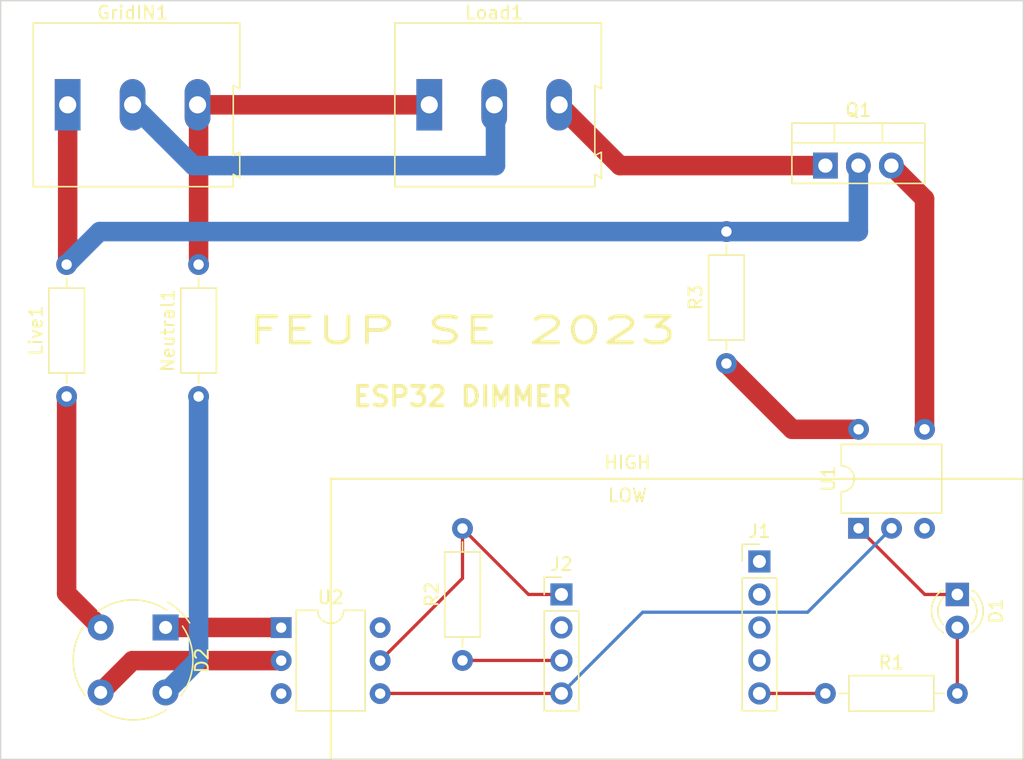
<source format=kicad_pcb>
(kicad_pcb (version 20211014) (generator pcbnew)
  (layers (0 "F.Cu" signal) (31 "B.Cu" signal) (34 "B.Paste" user) (35 "F.Paste" user) (36 "B.SilkS" user "B.Silkscreen") (37 "F.SilkS" user "F.Silkscreen") (38 "B.Mask" user) (39 "F.Mask" user) (44 "Edge.Cuts" user))
  (net 0 "")
  (net 1 "Net-(D2-Pad1)")
  (net 2 "Net-(D2-Pad2)")
  (net 3 "Net-(D2-Pad3)")
  (net 4 "Net-(D2-Pad4)")
  (net 5 "+3V3")
  (net 9 "DimmerSignal")
  (net 10 "Net-(Load1-Pad3)")
  (net 11 "Net-(GridIN1-Pad1)")
  (net 12 "Net-(Q1-Pad3)")
  (net 14 "GND")
  (net 15 "ZeroCrossing")
  (net 18 "+5V")
  (net 19 "Net-(D1-Pad1)")
  (net 20 "Net-(D1-Pad2)")
  (net 21 "Earth")
  (net 22 "Net-(GridIN1-Pad3)")
  (net 23 "Net-(R3-Pad1)")
  (footprint "Connector_PinHeader_2.54mm:PinHeader_1x05_P2.54mm_Vertical" (layer "F.Cu") (at 162.56 99.06)
    (fp_text reference "J1" (at 0 -2.33) (layer "F.SilkS"))
    (fp_text value "Conn_01x05_Male")
    (fp_line (start -1.33 -1.33) (end 0 -1.33) (layer "F.SilkS") (width 0.12))
    (fp_line (start -1.33 1.27) (end -1.33 11.49) (layer "F.SilkS") (width 0.12))
    (fp_line (start -1.33 0) (end -1.33 -1.33) (layer "F.SilkS") (width 0.12))
    (fp_line (start 1.33 1.27) (end 1.33 11.49) (layer "F.SilkS") (width 0.12))
    (fp_line (start -1.33 11.49) (end 1.33 11.49) (layer "F.SilkS") (width 0.12))
    (fp_line (start -1.33 1.27) (end 1.33 1.27) (layer "F.SilkS") (width 0.12))
    (pad "1" thru_hole rect (at 0 0) (size 1.7 1.7) (drill 1) (layers *.Cu *.Mask) (net 5 "+3V3"))
    (pad "2" thru_hole oval (at 0 2.54) (size 1.7 1.7) (drill 1) (layers *.Cu *.Mask))
    (pad "3" thru_hole oval (at 0 5.08) (size 1.7 1.7) (drill 1) (layers *.Cu *.Mask))
    (pad "4" thru_hole oval (at 0 7.62) (size 1.7 1.7) (drill 1) (layers *.Cu *.Mask))
    (pad "5" thru_hole oval (at 0 10.16) (size 1.7 1.7) (drill 1) (layers *.Cu *.Mask) (net 9 "DimmerSignal"))
  )
  (footprint "TerminalBlock:TerminalBlock_Altech_AK300-3_P5.00mm" (layer "F.Cu") (at 137.14 63.9)
    (fp_text reference "Load1" (at 5 -7.1) (layer "F.SilkS"))
    (fp_text value "Screw_Terminal_01x03")
    (fp_line (start 12.75 6.3) (end 12.75 5.35) (layer "F.SilkS") (width 0.12))
    (fp_line (start 13.25 -1.25) (end 13.25 -6.3) (layer "F.SilkS") (width 0.12))
    (fp_line (start 12.75 3.9) (end 12.75 -1.5) (layer "F.SilkS") (width 0.12))
    (fp_line (start -2.65 -6.3) (end -2.65 6.3) (layer "F.SilkS") (width 0.12))
    (fp_line (start 13.25 -6.3) (end -2.65 -6.3) (layer "F.SilkS") (width 0.12))
    (fp_line (start 12.75 5.35) (end 13.25 5.65) (layer "F.SilkS") (width 0.12))
    (fp_line (start -2.65 6.3) (end 12.75 6.3) (layer "F.SilkS") (width 0.12))
    (fp_line (start 13.25 3.65) (end 12.75 3.9) (layer "F.SilkS") (width 0.12))
    (fp_line (start 12.75 -1.5) (end 13.25 -1.25) (layer "F.SilkS") (width 0.12))
    (fp_line (start 13.25 5.65) (end 13.25 3.65) (layer "F.SilkS") (width 0.12))
    (pad "1" thru_hole rect (at 0 0) (size 1.98 3.96) (drill 1.32) (layers *.Cu *.Mask) (net 22 "Net-(GridIN1-Pad3)"))
    (pad "2" thru_hole oval (at 5 0) (size 1.98 3.96) (drill 1.32) (layers *.Cu *.Mask) (net 21 "Earth"))
    (pad "3" thru_hole oval (at 10 0) (size 1.98 3.96) (drill 1.32) (layers *.Cu *.Mask) (net 10 "Net-(Load1-Pad3)"))
  )
  (footprint "LED_THT:LED_D3.0mm" (layer "F.Cu") (at 177.8 101.6 -90)
    (fp_text reference "D1" (at 1.27 -2.96 90) (layer "F.SilkS"))
    (fp_text value "LED")
    (fp_line (start -0.29 -1.236) (end -0.29 -1.08) (layer "F.SilkS") (width 0.12))
    (fp_line (start -0.29 1.08) (end -0.29 1.236) (layer "F.SilkS") (width 0.12))
    (fp_arc (start -0.29 -1.235516) (mid 1.366487 -1.987659) (end 2.942335 -1.078608) (layer "F.SilkS") (width 0.12))
    (fp_arc (start 0.229039 -1.08) (mid 1.270117 -1.5) (end 2.31113 -1.079837) (layer "F.SilkS") (width 0.12))
    (fp_arc (start 2.942335 1.078608) (mid 1.366487 1.987659) (end -0.29 1.235516) (layer "F.SilkS") (width 0.12))
    (fp_arc (start 2.31113 1.079837) (mid 1.270117 1.5) (end 0.229039 1.08) (layer "F.SilkS") (width 0.12))
    (pad "1" thru_hole rect (at 0 0 270) (size 1.8 1.8) (drill 0.9) (layers *.Cu *.Mask) (net 19 "Net-(D1-Pad1)"))
    (pad "2" thru_hole circle (at 2.54 0 270) (size 1.8 1.8) (drill 0.9) (layers *.Cu *.Mask) (net 20 "Net-(D1-Pad2)"))
  )
  (footprint "Resistor_THT:R_Axial_DIN0207_L6.3mm_D2.5mm_P10.16mm_Horizontal" (layer "F.Cu") (at 167.64 109.22)
    (fp_text reference "R1" (at 5.08 -2.37) (layer "F.SilkS"))
    (fp_text value "200")
    (fp_line (start 1.81 -1.37) (end 1.81 1.37) (layer "F.SilkS") (width 0.12))
    (fp_line (start 1.04 0) (end 1.81 0) (layer "F.SilkS") (width 0.12))
    (fp_line (start 8.35 -1.37) (end 1.81 -1.37) (layer "F.SilkS") (width 0.12))
    (fp_line (start 9.12 0) (end 8.35 0) (layer "F.SilkS") (width 0.12))
    (fp_line (start 8.35 1.37) (end 8.35 -1.37) (layer "F.SilkS") (width 0.12))
    (fp_line (start 1.81 1.37) (end 8.35 1.37) (layer "F.SilkS") (width 0.12))
    (pad "1" thru_hole circle (at 0 0) (size 1.6 1.6) (drill 0.8) (layers *.Cu *.Mask) (net 9 "DimmerSignal"))
    (pad "2" thru_hole oval (at 10.16 0) (size 1.6 1.6) (drill 0.8) (layers *.Cu *.Mask) (net 20 "Net-(D1-Pad2)"))
  )
  (footprint "Resistor_THT:R_Axial_DIN0207_L6.3mm_D2.5mm_P10.16mm_Horizontal" (layer "F.Cu") (at 109.22 86.36 90)
    (fp_text reference "Live1" (at 5.08 -2.37 90) (layer "F.SilkS"))
    (fp_text value "30k")
    (fp_line (start 1.81 -1.37) (end 1.81 1.37) (layer "F.SilkS") (width 0.12))
    (fp_line (start 8.35 1.37) (end 8.35 -1.37) (layer "F.SilkS") (width 0.12))
    (fp_line (start 9.12 0) (end 8.35 0) (layer "F.SilkS") (width 0.12))
    (fp_line (start 8.35 -1.37) (end 1.81 -1.37) (layer "F.SilkS") (width 0.12))
    (fp_line (start 1.81 1.37) (end 8.35 1.37) (layer "F.SilkS") (width 0.12))
    (fp_line (start 1.04 0) (end 1.81 0) (layer "F.SilkS") (width 0.12))
    (pad "1" thru_hole circle (at 0 0 90) (size 1.6 1.6) (drill 0.8) (layers *.Cu *.Mask) (net 2 "Net-(D2-Pad2)"))
    (pad "2" thru_hole oval (at 10.16 0 90) (size 1.6 1.6) (drill 0.8) (layers *.Cu *.Mask) (net 11 "Net-(GridIN1-Pad1)"))
  )
  (footprint "Resistor_THT:R_Axial_DIN0207_L6.3mm_D2.5mm_P10.16mm_Horizontal" (layer "F.Cu") (at 139.7 106.68 90)
    (fp_text reference "R2" (at 5.08 -2.37 90) (layer "F.SilkS"))
    (fp_text value "10k")
    (fp_line (start 1.81 -1.37) (end 1.81 1.37) (layer "F.SilkS") (width 0.12))
    (fp_line (start 1.81 1.37) (end 8.35 1.37) (layer "F.SilkS") (width 0.12))
    (fp_line (start 8.35 1.37) (end 8.35 -1.37) (layer "F.SilkS") (width 0.12))
    (fp_line (start 1.04 0) (end 1.81 0) (layer "F.SilkS") (width 0.12))
    (fp_line (start 9.12 0) (end 8.35 0) (layer "F.SilkS") (width 0.12))
    (fp_line (start 8.35 -1.37) (end 1.81 -1.37) (layer "F.SilkS") (width 0.12))
    (pad "1" thru_hole circle (at 0 0 90) (size 1.6 1.6) (drill 0.8) (layers *.Cu *.Mask) (net 18 "+5V"))
    (pad "2" thru_hole oval (at 10.16 0 90) (size 1.6 1.6) (drill 0.8) (layers *.Cu *.Mask) (net 15 "ZeroCrossing"))
  )
  (footprint "Package_DIP:DIP-5-6_W7.62mm" (layer "F.Cu") (at 170.195 96.505 90)
    (fp_text reference "U1" (at 3.81 -2.33 90) (layer "F.SilkS"))
    (fp_text value "MOC3021M")
    (fp_line (start 6.46 6.41) (end 6.46 -1.33) (layer "F.SilkS") (width 0.12))
    (fp_line (start 1.16 -1.33) (end 1.16 6.41) (layer "F.SilkS") (width 0.12))
    (fp_line (start 1.16 6.41) (end 6.46 6.41) (layer "F.SilkS") (width 0.12))
    (fp_line (start 2.81 -1.33) (end 1.16 -1.33) (layer "F.SilkS") (width 0.12))
    (fp_line (start 6.46 -1.33) (end 4.81 -1.33) (layer "F.SilkS") (width 0.12))
    (fp_arc (start 4.81 -1.33) (mid 3.81 -0.33) (end 2.81 -1.33) (layer "F.SilkS") (width 0.12))
    (pad "1" thru_hole rect (at 0 0 90) (size 1.6 1.6) (drill 0.8) (layers *.Cu *.Mask) (net 19 "Net-(D1-Pad1)"))
    (pad "2" thru_hole oval (at 0 2.54 90) (size 1.6 1.6) (drill 0.8) (layers *.Cu *.Mask) (net 14 "GND"))
    (pad "3" thru_hole oval (at 0 5.08 90) (size 1.6 1.6) (drill 0.8) (layers *.Cu *.Mask))
    (pad "4" thru_hole oval (at 7.62 5.08 90) (size 1.6 1.6) (drill 0.8) (layers *.Cu *.Mask) (net 12 "Net-(Q1-Pad3)"))
    (pad "6" thru_hole oval (at 7.62 0 90) (size 1.6 1.6) (drill 0.8) (layers *.Cu *.Mask) (net 23 "Net-(R3-Pad1)"))
  )
  (footprint "Resistor_THT:R_Axial_DIN0207_L6.3mm_D2.5mm_P10.16mm_Horizontal" (layer "F.Cu") (at 160.02 83.82 90)
    (fp_text reference "R3" (at 5.08 -2.37 90) (layer "F.SilkS"))
    (fp_text value "1k")
    (fp_line (start 9.12 0) (end 8.35 0) (layer "F.SilkS") (width 0.12))
    (fp_line (start 8.35 1.37) (end 8.35 -1.37) (layer "F.SilkS") (width 0.12))
    (fp_line (start 1.81 1.37) (end 8.35 1.37) (layer "F.SilkS") (width 0.12))
    (fp_line (start 1.81 -1.37) (end 1.81 1.37) (layer "F.SilkS") (width 0.12))
    (fp_line (start 8.35 -1.37) (end 1.81 -1.37) (layer "F.SilkS") (width 0.12))
    (fp_line (start 1.04 0) (end 1.81 0) (layer "F.SilkS") (width 0.12))
    (pad "1" thru_hole circle (at 0 0 90) (size 1.6 1.6) (drill 0.8) (layers *.Cu *.Mask) (net 23 "Net-(R3-Pad1)"))
    (pad "2" thru_hole oval (at 10.16 0 90) (size 1.6 1.6) (drill 0.8) (layers *.Cu *.Mask) (net 11 "Net-(GridIN1-Pad1)"))
  )
  (footprint "Package_TO_SOT_THT:TO-220-3_Vertical" (layer "F.Cu") (at 167.64 68.58)
    (fp_text reference "Q1" (at 2.54 -4.27) (layer "F.SilkS"))
    (fp_text value "BT136-600")
    (fp_line (start 4.391 -3.27) (end 4.391 -1.76) (layer "F.SilkS") (width 0.12))
    (fp_line (start -2.58 -1.76) (end 7.66 -1.76) (layer "F.SilkS") (width 0.12))
    (fp_line (start -2.58 1.371) (end 7.66 1.371) (layer "F.SilkS") (width 0.12))
    (fp_line (start 7.66 -3.27) (end 7.66 1.371) (layer "F.SilkS") (width 0.12))
    (fp_line (start -2.58 -3.27) (end 7.66 -3.27) (layer "F.SilkS") (width 0.12))
    (fp_line (start -2.58 -3.27) (end -2.58 1.371) (layer "F.SilkS") (width 0.12))
    (fp_line (start 0.69 -3.27) (end 0.69 -1.76) (layer "F.SilkS") (width 0.12))
    (pad "1" thru_hole rect (at 0 0) (size 1.905 2) (drill 1.1) (layers *.Cu *.Mask) (net 10 "Net-(Load1-Pad3)"))
    (pad "2" thru_hole oval (at 2.54 0) (size 1.905 2) (drill 1.1) (layers *.Cu *.Mask) (net 11 "Net-(GridIN1-Pad1)"))
    (pad "3" thru_hole oval (at 5.08 0) (size 1.905 2) (drill 1.1) (layers *.Cu *.Mask) (net 12 "Net-(Q1-Pad3)"))
  )
  (footprint "Resistor_THT:R_Axial_DIN0207_L6.3mm_D2.5mm_P10.16mm_Horizontal" (layer "F.Cu") (at 119.38 86.36 90)
    (fp_text reference "Neutral1" (at 5.08 -2.37 90) (layer "F.SilkS"))
    (fp_text value "30k")
    (fp_line (start 1.81 1.37) (end 8.35 1.37) (layer "F.SilkS") (width 0.12))
    (fp_line (start 8.35 1.37) (end 8.35 -1.37) (layer "F.SilkS") (width 0.12))
    (fp_line (start 8.35 -1.37) (end 1.81 -1.37) (layer "F.SilkS") (width 0.12))
    (fp_line (start 1.04 0) (end 1.81 0) (layer "F.SilkS") (width 0.12))
    (fp_line (start 9.12 0) (end 8.35 0) (layer "F.SilkS") (width 0.12))
    (fp_line (start 1.81 -1.37) (end 1.81 1.37) (layer "F.SilkS") (width 0.12))
    (pad "1" thru_hole circle (at 0 0 90) (size 1.6 1.6) (drill 0.8) (layers *.Cu *.Mask) (net 4 "Net-(D2-Pad4)"))
    (pad "2" thru_hole oval (at 10.16 0 90) (size 1.6 1.6) (drill 0.8) (layers *.Cu *.Mask) (net 22 "Net-(GridIN1-Pad3)"))
  )
  (footprint "Diode_THT:Diode_Bridge_Round_D9.0mm" (layer "F.Cu") (at 116.84 104.14 -90)
    (fp_text reference "D2" (at 2.54 -2.794 90) (layer "F.SilkS"))
    (fp_text value "B40R")
    (fp_arc (start 5.25 6.2) (mid 2.657169 7.107363) (end 0.008533 6.3788) (layer "F.SilkS") (width 0.12))
    (fp_arc (start -1.25 5.2) (mid -2.120355 2.569427) (end -1.329431 -0.086109) (layer "F.SilkS") (width 0.12))
    (fp_arc (start -1.954487 -0.183757) (mid -1.246061 -1.107219) (end -0.35 -1.85) (layer "F.SilkS") (width 0.12))
    (fp_arc (start 6.35 -0.05) (mid 7.117021 2.590098) (end 6.247584 5.198261) (layer "F.SilkS") (width 0.12))
    (fp_arc (start -0.1 -1.3) (mid 2.595106 -2.103363) (end 5.254731 -1.189371) (layer "F.SilkS") (width 0.12))
    (pad "1" thru_hole rect (at 0 0 270) (size 2 2) (drill 1) (layers *.Cu *.Mask) (net 1 "Net-(D2-Pad1)"))
    (pad "2" thru_hole oval (at 0 5 270) (size 2 2) (drill 1) (layers *.Cu *.Mask) (net 2 "Net-(D2-Pad2)"))
    (pad "3" thru_hole oval (at 5 5 270) (size 2 2) (drill 1) (layers *.Cu *.Mask) (net 3 "Net-(D2-Pad3)"))
    (pad "4" thru_hole oval (at 5 0 270) (size 2 2) (drill 1) (layers *.Cu *.Mask) (net 4 "Net-(D2-Pad4)"))
  )
  (footprint "TerminalBlock:TerminalBlock_Altech_AK300-3_P5.00mm" (layer "F.Cu") (at 109.3 63.9)
    (fp_text reference "GridIN1" (at 5 -7.1) (layer "F.SilkS"))
    (fp_text value "Screw_Terminal_01x03")
    (fp_line (start 12.75 6.3) (end 12.75 5.35) (layer "F.SilkS") (width 0.12))
    (fp_line (start 12.75 3.9) (end 12.75 -1.5) (layer "F.SilkS") (width 0.12))
    (fp_line (start 13.25 5.65) (end 13.25 3.65) (layer "F.SilkS") (width 0.12))
    (fp_line (start 13.25 -6.3) (end -2.65 -6.3) (layer "F.SilkS") (width 0.12))
    (fp_line (start -2.65 6.3) (end 12.75 6.3) (layer "F.SilkS") (width 0.12))
    (fp_line (start 12.75 5.35) (end 13.25 5.65) (layer "F.SilkS") (width 0.12))
    (fp_line (start 13.25 -1.25) (end 13.25 -6.3) (layer "F.SilkS") (width 0.12))
    (fp_line (start 12.75 -1.5) (end 13.25 -1.25) (layer "F.SilkS") (width 0.12))
    (fp_line (start 13.25 3.65) (end 12.75 3.9) (layer "F.SilkS") (width 0.12))
    (fp_line (start -2.65 -6.3) (end -2.65 6.3) (layer "F.SilkS") (width 0.12))
    (pad "1" thru_hole rect (at 0 0) (size 1.98 3.96) (drill 1.32) (layers *.Cu *.Mask) (net 11 "Net-(GridIN1-Pad1)"))
    (pad "2" thru_hole oval (at 5 0) (size 1.98 3.96) (drill 1.32) (layers *.Cu *.Mask) (net 21 "Earth"))
    (pad "3" thru_hole oval (at 10 0) (size 1.98 3.96) (drill 1.32) (layers *.Cu *.Mask) (net 22 "Net-(GridIN1-Pad3)"))
  )
  (footprint "Connector_PinHeader_2.54mm:PinHeader_1x04_P2.54mm_Vertical" (layer "F.Cu") (at 147.32 101.6)
    (fp_text reference "J2" (at 0 -2.33) (layer "F.SilkS"))
    (fp_text value "Conn_01x04_Male")
    (fp_line (start -1.33 -1.33) (end 0 -1.33) (layer "F.SilkS") (width 0.12))
    (fp_line (start -1.33 1.27) (end 1.33 1.27) (layer "F.SilkS") (width 0.12))
    (fp_line (start 1.33 1.27) (end 1.33 8.95) (layer "F.SilkS") (width 0.12))
    (fp_line (start -1.33 8.95) (end 1.33 8.95) (layer "F.SilkS") (width 0.12))
    (fp_line (start -1.33 1.27) (end -1.33 8.95) (layer "F.SilkS") (width 0.12))
    (fp_line (start -1.33 0) (end -1.33 -1.33) (layer "F.SilkS") (width 0.12))
    (pad "1" thru_hole rect (at 0 0) (size 1.7 1.7) (drill 1) (layers *.Cu *.Mask) (net 15 "ZeroCrossing"))
    (pad "2" thru_hole oval (at 0 2.54) (size 1.7 1.7) (drill 1) (layers *.Cu *.Mask))
    (pad "3" thru_hole oval (at 0 5.08) (size 1.7 1.7) (drill 1) (layers *.Cu *.Mask) (net 18 "+5V"))
    (pad "4" thru_hole oval (at 0 7.62) (size 1.7 1.7) (drill 1) (layers *.Cu *.Mask) (net 14 "GND"))
  )
  (footprint "Package_DIP:DIP-6_W7.62mm" (layer "F.Cu") (at 125.74 104.155)
    (fp_text reference "U2" (at 3.81 -2.33) (layer "F.SilkS"))
    (fp_text value "TIL111")
    (fp_line (start 1.16 6.41) (end 6.46 6.41) (layer "F.SilkS") (width 0.12))
    (fp_line (start 6.46 6.41) (end 6.46 -1.33) (layer "F.SilkS") (width 0.12))
    (fp_line (start 1.16 -1.33) (end 1.16 6.41) (layer "F.SilkS") (width 0.12))
    (fp_line (start 2.81 -1.33) (end 1.16 -1.33) (layer "F.SilkS") (width 0.12))
    (fp_line (start 6.46 -1.33) (end 4.81 -1.33) (layer "F.SilkS") (width 0.12))
    (fp_arc (start 4.81 -1.33) (mid 3.81 -0.33) (end 2.81 -1.33) (layer "F.SilkS") (width 0.12))
    (pad "1" thru_hole rect (at 0 0) (size 1.6 1.6) (drill 0.8) (layers *.Cu *.Mask) (net 1 "Net-(D2-Pad1)"))
    (pad "2" thru_hole oval (at 0 2.54) (size 1.6 1.6) (drill 0.8) (layers *.Cu *.Mask) (net 3 "Net-(D2-Pad3)"))
    (pad "3" thru_hole oval (at 0 5.08) (size 1.6 1.6) (drill 0.8) (layers *.Cu *.Mask))
    (pad "4" thru_hole oval (at 7.62 5.08) (size 1.6 1.6) (drill 0.8) (layers *.Cu *.Mask) (net 14 "GND"))
    (pad "5" thru_hole oval (at 7.62 2.54) (size 1.6 1.6) (drill 0.8) (layers *.Cu *.Mask) (net 15 "ZeroCrossing"))
    (pad "6" thru_hole oval (at 7.62 0) (size 1.6 1.6) (drill 0.8) (layers *.Cu *.Mask))
  )
  (gr_rect (start 182.88 92.695) (end 129.55 114.3) (layer "F.SilkS") (width 0.15) (fill none))
  (gr_rect (start 104.14 55.88) (end 182.88 114.3) (layer "Edge.Cuts") (width 0.1) (fill none))
  (gr_text "FEUP SE 2023\n" (at 139.7 81.28) (layer "F.SilkS") (effects (font (size 2 3) (thickness 0.3))))
  (gr_text "HIGH\n" (at 152.4 91.44) (layer "F.SilkS") (effects (font (size 1 1))))
  (gr_text "LOW\n" (at 152.4 93.98) (layer "F.SilkS") (effects (font (size 1 1))))
  (gr_text "ESP32 DIMMER\n" (at 139.7 86.36) (layer "F.SilkS") (effects (font (size 1.5 1.5) (thickness 0.3))))
  (segment (start 116.84 104.14) (end 125.725 104.14) (width 1.5) (layer "F.Cu") (net 1))
  (segment (start 125.725 104.14) (end 125.74 104.155) (width 0.25) (layer "F.Cu") (net 1))
  (segment (start 109.22 101.52) (end 111.84 104.14) (width 1.5) (layer "F.Cu") (net 2))
  (segment (start 109.22 86.36) (end 109.22 101.52) (width 1.5) (layer "F.Cu") (net 2))
  (segment (start 111.84 109.14) (end 114.285 106.695) (width 1.5) (layer "F.Cu") (net 3))
  (segment (start 114.285 106.695) (end 125.74 106.695) (width 1.5) (layer "F.Cu") (net 3))
  (segment (start 119.38 106.6) (end 116.84 109.14) (width 1.5) (layer "B.Cu") (net 4))
  (segment (start 119.38 86.36) (end 119.38 106.6) (width 1.5) (layer "B.Cu") (net 4))
  (segment (start 167.64 109.22) (end 162.56 109.22) (width 0.25) (layer "F.Cu") (net 9))
  (segment (start 151.82 68.58) (end 147.14 63.9) (width 1.5) (layer "F.Cu") (net 10))
  (segment (start 167.64 68.58) (end 151.82 68.58) (width 1.5) (layer "F.Cu") (net 10))
  (segment (start 109.3 63.9) (end 109.3 76.12) (width 1.5) (layer "F.Cu") (net 11))
  (segment (start 109.3 76.12) (end 109.22 76.2) (width 0.25) (layer "F.Cu") (net 11))
  (segment (start 170.18 73.66) (end 170.18 68.58) (width 1.5) (layer "B.Cu") (net 11))
  (segment (start 160.02 73.66) (end 170.18 73.66) (width 1.5) (layer "B.Cu") (net 11))
  (segment (start 109.22 76.2) (end 111.76 73.66) (width 1.5) (layer "B.Cu") (net 11))
  (segment (start 111.76 73.66) (end 160.02 73.66) (width 1.5) (layer "B.Cu") (net 11))
  (segment (start 175.275 71.135) (end 172.72 68.58) (width 1.5) (layer "F.Cu") (net 12))
  (segment (start 175.275 88.885) (end 175.275 71.135) (width 1.5) (layer "F.Cu") (net 12))
  (segment (start 133.375 109.22) (end 133.36 109.235) (width 0.25) (layer "F.Cu") (net 14))
  (segment (start 147.32 109.22) (end 133.375 109.22) (width 0.25) (layer "F.Cu") (net 14))
  (segment (start 153.574511 102.965489) (end 147.32 109.22) (width 0.25) (layer "B.Cu") (net 14))
  (segment (start 166.274511 102.965489) (end 153.574511 102.965489) (width 0.25) (layer "B.Cu") (net 14))
  (segment (start 172.735 96.505) (end 166.274511 102.965489) (width 0.25) (layer "B.Cu") (net 14))
  (segment (start 144.78 101.6) (end 139.7 96.52) (width 0.25) (layer "F.Cu") (net 15))
  (segment (start 139.7 100.355) (end 139.7 96.52) (width 0.25) (layer "F.Cu") (net 15))
  (segment (start 147.32 101.6) (end 144.78 101.6) (width 0.25) (layer "F.Cu") (net 15))
  (segment (start 133.36 106.695) (end 139.7 100.355) (width 0.25) (layer "F.Cu") (net 15))
  (segment (start 147.32 106.68) (end 139.7 106.68) (width 0.25) (layer "F.Cu") (net 18))
  (segment (start 175.29 101.6) (end 170.195 96.505) (width 0.25) (layer "F.Cu") (net 19))
  (segment (start 177.8 101.6) (end 175.29 101.6) (width 0.25) (layer "F.Cu") (net 19))
  (segment (start 177.8 109.22) (end 177.8 104.14) (width 0.25) (layer "F.Cu") (net 20))
  (segment (start 142.24 68.58) (end 142.24 64) (width 1.5) (layer "B.Cu") (net 21))
  (segment (start 114.3 63.9) (end 116.60452 66.20452) (width 1.5) (layer "B.Cu") (net 21))
  (segment (start 116.60452 66.20452) (end 118.98 68.58) (width 1.5) (layer "B.Cu") (net 21))
  (segment (start 118.98 68.58) (end 142.24 68.58) (width 1.5) (layer "B.Cu") (net 21))
  (segment (start 142.24 64) (end 142.14 63.9) (width 0.25) (layer "B.Cu") (net 21))
  (segment (start 119.38 63.98) (end 119.3 63.9) (width 0.25) (layer "F.Cu") (net 22))
  (segment (start 119.38 76.2) (end 119.38 63.98) (width 1.5) (layer "F.Cu") (net 22))
  (segment (start 119.3 63.9) (end 137.14 63.9) (width 1.5) (layer "F.Cu") (net 22))
  (segment (start 165.085 88.885) (end 160.02 83.82) (width 1.5) (layer "F.Cu") (net 23))
  (segment (start 170.195 88.885) (end 165.085 88.885) (width 1.5) (layer "F.Cu") (net 23))
)
</source>
